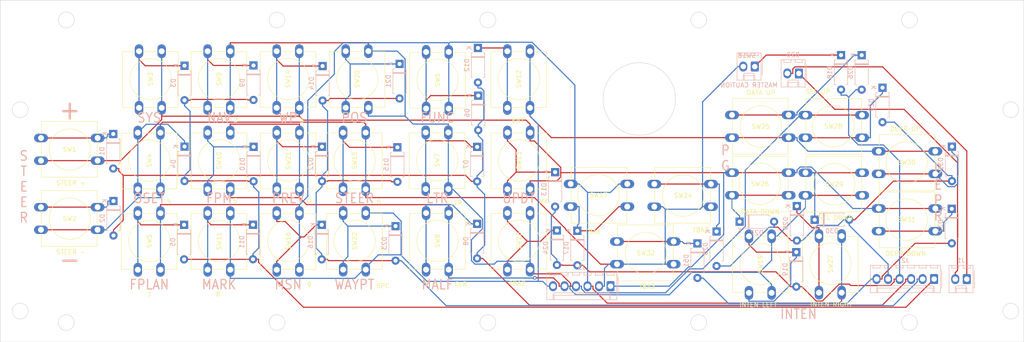
<source format=kicad_pcb>
(kicad_pcb (version 20221018) (generator pcbnew)
  (layers (0 "F.Cu" signal) (31 "B.Cu" signal) (34 "B.Paste" user) (35 "F.Paste" user) (36 "B.SilkS" user "B.Silkscreen") (37 "F.SilkS" user "F.Silkscreen") (38 "B.Mask" user) (39 "F.Mask" user) (44 "Edge.Cuts" user))
  (net 0 "")
  (net 1 "Net-(D1-K)")
  (net 2 "/COL5")
  (net 3 "Net-(D2-K)")
  (net 4 "Net-(D3-K)")
  (net 5 "Net-(D4-K)")
  (net 6 "/COL4")
  (net 7 "/COL2")
  (net 8 "/COL0")
  (net 9 "Net-(D5-K)")
  (net 10 "Net-(D6-K)")
  (net 11 "Net-(D7-K)")
  (net 12 "Net-(D8-K)")
  (net 13 "Net-(D9-K)")
  (net 14 "Net-(D10-K)")
  (net 15 "/ROW0")
  (net 16 "/ROW1")
  (net 17 "/ROW2")
  (net 18 "/ROW3")
  (net 19 "/ROW4")
  (net 20 "Net-(D11-K)")
  (net 21 "Net-(D12-K)")
  (net 22 "Net-(D13-K)")
  (net 23 "/COL3")
  (net 24 "Net-(D14-K)")
  (net 25 "/COL1")
  (net 26 "Net-(D15-K)")
  (net 27 "Net-(D16-K)")
  (net 28 "Net-(D17-K)")
  (net 29 "Net-(D18-K)")
  (net 30 "Net-(D19-K)")
  (net 31 "/CAUTION_LED-")
  (net 32 "/CAUTION_LED+")
  (net 33 "Net-(D21-K)")
  (net 34 "Net-(D22-K)")
  (net 35 "Net-(D23-K)")
  (net 36 "Net-(D24-K)")
  (net 37 "Net-(D25-K)")
  (net 38 "Net-(D27-K)")
  (net 39 "Net-(D28-K)")
  (net 40 "Net-(D29-K)")
  (net 41 "Net-(D30-K)")
  (net 42 "Net-(D31-K)")
  (net 43 "Net-(D32-K)")
  (net 44 "/ROW5")
  (net 45 "Net-(D51-K)")
  (net 46 "Net-(D26-K)")
  (footprint "Button_Switch_THT:SW_PUSH-12mm" (layer "F.Cu") (at 78.64 71.3 90)
    (fp_text reference "SW10")
    (fp_text value "5")
  )
  (footprint "Button_Switch_THT:SW_PUSH-12mm" (layer "F.Cu") (at 126.87 89.06 90)
    (fp_text reference "SW8")
    (fp_text value "CLR")
  )
  (footprint "Button_Switch_THT:SW_PUSH-12mm" (layer "F.Cu") (at 169.04 82.85)
    (fp_text reference "SW32")
    (fp_text value "TBA3")
  )
  (footprint "Button_Switch_THT:SW_PUSH-12mm" (layer "F.Cu") (at 198.18 94.19 90)
    (fp_text reference "SW19")
    (fp_text value "INTEN LEFT")
  )
  (footprint "Button_Switch_THT:SW_PUSH-12mm" (layer "F.Cu") (at 239.33 67.92 180)
    (fp_text reference "SW30")
    (fp_text value "DEPR UP")
  )
  (footprint "Button_Switch_THT:SW_PUSH-12mm" (layer "F.Cu") (at 78.64 89.08 90)
    (fp_text reference "SW11")
    (fp_text value "8")
  )
  (footprint "Button_Switch_THT:SW_PUSH-12mm" (layer "F.Cu") (at 206.94 72.64 180)
    (fp_text reference "SW26")
    (fp_text value "DATA DOWN")
  )
  (footprint "Button_Switch_THT:SW_PUSH-12mm" (layer "F.Cu") (at 177.28 70.16)
    (fp_text reference "SW24")
    (fp_text value "TBA3")
  )
  (footprint "Button_Switch_THT:SW_PUSH-12mm" (layer "F.Cu") (at 93.92 71.31 90)
    (fp_text reference "SW21")
    (fp_text value "0")
  )
  (footprint "Button_Switch_THT:SW_PUSH-12mm" (layer "F.Cu") (at 144.85 71.3 90)
    (fp_text reference "SW13")
    (fp_text value "MK")
  )
  (footprint "Button_Switch_THT:SW_PUSH-12mm" (layer "F.Cu") (at 108.56 89.06 90)
    (fp_text reference "SW22")
    (fp_text value "SPC")
  )
  (footprint "Button_Switch_THT:SW_PUSH-12mm" (layer "F.Cu") (at 93.9 89.09 90)
    (fp_text reference "SW16")
    (fp_text value "9")
  )
  (footprint "Button_Switch_THT:SW_PUSH-12mm" (layer "F.Cu") (at 144.84 89.06 90)
    (fp_text reference "SW23")
    (fp_text value "TBA2")
  )
  (footprint "Button_Switch_THT:SW_PUSH-12mm" (layer "F.Cu") (at 239.33 80.56 180)
    (fp_text reference "SW31")
    (fp_text value "DEPR DOWN")
  )
  (footprint "Button_Switch_THT:SW_PUSH-12mm" (layer "F.Cu") (at 63.21 71.32 90)
    (fp_text reference "SW4")
    (fp_text value "4")
  )
  (footprint "Button_Switch_THT:SW_PUSH-12mm" (layer "F.Cu") (at 126.88 53.49 90)
    (fp_text reference "SW6")
    (fp_text value "FUNC")
  )
  (footprint "Button_Switch_THT:SW_PUSH-12mm" (layer "F.Cu") (at 41.84 59.99)
    (fp_text reference "SW1")
    (fp_text value "STEER +")
  )
  (footprint "Button_Switch_THT:SW_PUSH-12mm" (layer "F.Cu") (at 213.64 94.15 90)
    (fp_text reference "SW27")
    (fp_text value "INTEN RIGHT")
  )
  (footprint "Button_Switch_THT:SW_PUSH-12mm" (layer "F.Cu") (at 108.54 71.3 90)
    (fp_text reference "SW15")
    (fp_text value "6")
  )
  (footprint "Button_Switch_THT:SW_PUSH-12mm" (layer "F.Cu") (at 109.13 53.31 90)
    (fp_text reference "SW20")
    (fp_text value "POS")
  )
  (footprint "Button_Switch_THT:SW_PUSH-12mm" (layer "F.Cu") (at 63.22 89.09 90)
    (fp_text reference "SW5")
    (fp_text value "7")
  )
  (footprint "Button_Switch_THT:SW_PUSH-12mm" (layer "F.Cu") (at 194.44 54.91)
    (fp_text reference "SW25")
    (fp_text value "DATA UP")
  )
  (footprint "Button_Switch_THT:SW_PUSH-12mm" (layer "F.Cu") (at 93.88 53.32 90)
    (fp_text reference "SW14")
    (fp_text value "3")
  )
  (footprint "Button_Switch_THT:SW_PUSH-12mm" (layer "F.Cu") (at 171.31 75.14 180)
    (fp_text reference "SW17")
    (fp_text value "TBA1")
  )
  (footprint "Button_Switch_THT:SW_PUSH-12mm" (layer "F.Cu") (at 78.63 53.33 90)
    (fp_text reference "SW9")
    (fp_text value "2")
  )
  (footprint "Button_Switch_THT:SW_PUSH-12mm" (layer "F.Cu") (at 41.83 75.26)
    (fp_text reference "SW2")
    (fp_text value "STEER -")
  )
  (footprint "Button_Switch_THT:SW_PUSH-12mm" (layer "F.Cu") (at 223.15 59.93 180)
    (fp_text reference "SW28")
    (fp_text value "SEL UP")
  )
  (footprint "Button_Switch_THT:SW_PUSH-12mm" (layer "F.Cu") (at 126.79 71.26 90)
    (fp_text reference "SW7")
    (fp_text value "LTR")
  )
  (footprint "Button_Switch_THT:SW_PUSH-12mm" (layer "F.Cu") (at 144.82 53.33 90)
    (fp_text reference "SW12")
    (fp_text value "ENT")
  )
  (footprint "Button_Switch_THT:SW_PUSH-12mm" (layer "F.Cu") (at 210.67 67.66)
    (fp_text reference "SW29")
    (fp_text value "SEL DOWN")
  )
  (footprint "Button_Switch_THT:SW_PUSH-12mm" (layer "F.Cu") (at 63.48 53.33 90)
    (fp_text reference "SW3")
    (fp_text value "1")
  )
  (footprint "Diode_THT:D_A-405_P7.62mm_Horizontal" (layer "B.Cu") (at 212.7 78.05)
    (fp_text reference "D30")
    (fp_text value "D")
  )
  (footprint "Diode_THT:D_A-405_P7.62mm_Horizontal" (layer "B.Cu") (at 88.78 61.94 -90)
    (fp_text reference "D10")
    (fp_text value "D")
  )
  (footprint "Diode_THT:D_A-405_P7.62mm_Horizontal" (layer "B.Cu") (at 57.84 73.91 -90)
    (fp_text reference "D2")
    (fp_text value "D")
  )
  (footprint "Diode_THT:D_A-405_P7.62mm_Horizontal" (layer "B.Cu") (at 227.67 48.88 -90)
    (fp_text reference "D29")
    (fp_text value "D")
  )
  (footprint "Diode_THT:D_A-405_P7.62mm_Horizontal" (layer "B.Cu") (at 208.63 85.2 -90)
    (fp_text reference "D19")
    (fp_text value "D")
  )
  (footprint "Connector_Molex:Molex_KK-254_AE-6410-02A_1x02_P2.54mm_Vertical" (layer "B.Cu") (at 209.2 45.73 180)
    (fp_text reference "D20")
    (fp_text value "MASTER CAUTION LED")
  )
  (footprint "Connector_Molex:Molex_KK-254_AE-6410-02A_1x02_P2.54mm_Vertical" (layer "B.Cu") (at 199.46 44.22 180)
    (fp_text reference "SW18")
    (fp_text value "MASTER CAUTION")
  )
  (footprint "Diode_THT:D_A-405_P7.62mm_Horizontal" (layer "B.Cu") (at 223.07 41.7 -90)
    (fp_text reference "D26")
    (fp_text value "D")
  )
  (footprint "Diode_THT:D_A-405_P7.62mm_Horizontal" (layer "B.Cu") (at 138.4 50.63 -90)
    (fp_text reference "D6")
    (fp_text value "D")
  )
  (footprint "Diode_THT:D_A-405_P7.62mm_Horizontal" (layer "B.Cu") (at 103.89 61.92 -90)
    (fp_text reference "D22")
    (fp_text value "D")
  )
  (footprint "Diode_THT:D_A-405_P7.62mm_Horizontal" (layer "B.Cu") (at 138.15 61.96 -90)
    (fp_text reference "D7")
    (fp_text value "D")
  )
  (footprint "Diode_THT:D_A-405_P7.62mm_Horizontal" (layer "B.Cu") (at 121.02 43.64 -90)
    (fp_text reference "D21")
    (fp_text value "D")
  )
  (footprint "Diode_THT:D_A-405_P7.62mm_Horizontal" (layer "B.Cu") (at 196.11 78.46)
    (fp_text reference "D27")
    (fp_text value "D")
  )
  (footprint "Diode_THT:D_A-405_P7.62mm_Horizontal" (layer "B.Cu") (at 73.43 79.17 -90)
    (fp_text reference "D5")
    (fp_text value "D")
  )
  (footprint "Diode_THT:D_A-405_P7.62mm_Horizontal" (layer "B.Cu") (at 57.79 59.11 -90)
    (fp_text reference "D1")
    (fp_text value "D")
  )
  (footprint "Diode_THT:D_A-405_P7.62mm_Horizontal" (layer "B.Cu") (at 73.53 44.03 -90)
    (fp_text reference "D3")
    (fp_text value "D")
  )
  (footprint "Diode_THT:D_A-405_P7.62mm_Horizontal" (layer "B.Cu") (at 88.76 43.97 -90)
    (fp_text reference "D9")
    (fp_text value "D")
  )
  (footprint "Diode_THT:D_A-405_P7.62mm_Horizontal" (layer "B.Cu") (at 88.65 79.15 -90)
    (fp_text reference "D11")
    (fp_text value "D")
  )
  (footprint "Connector_Molex:Molex_KK-254_AE-6410-02A_1x02_P2.54mm_Vertical" (layer "B.Cu") (at 246.28 91.16 180)
    (fp_text reference "J1")
    (fp_text value "CAUTION LED")
  )
  (footprint "Diode_THT:D_A-405_P7.62mm_Horizontal" (layer "B.Cu") (at 120.13 79.45 -90)
    (fp_text reference "D23")
    (fp_text value "D")
  )
  (footprint "Diode_THT:D_A-405_P7.62mm_Horizontal" (layer "B.Cu") (at 208.76 75.02 -90)
    (fp_text reference "D28")
    (fp_text value "D")
  )
  (footprint "Diode_THT:D_A-405_P7.62mm_Horizontal" (layer "B.Cu") (at 155.77 80.42 -90)
    (fp_text reference "D24")
    (fp_text value "D")
  )
  (footprint "Diode_THT:D_A-405_P7.62mm_Horizontal" (layer "B.Cu") (at 103.83 79.17 -90)
    (fp_text reference "D16")
    (fp_text value "D")
  )
  (footprint "Diode_THT:D_A-405_P7.62mm_Horizontal" (layer "B.Cu") (at 155.37 67.53 -90)
    (fp_text reference "D13")
    (fp_text value "D")
  )
  (footprint "Diode_THT:D_A-405_P7.62mm_Horizontal" (layer "B.Cu") (at 243.01 61.89 -90)
    (fp_text reference "D31")
    (fp_text value "D")
  )
  (footprint "Diode_THT:D_A-405_P7.62mm_Horizontal" (layer "B.Cu") (at 218.51 41.68 -90)
    (fp_text reference "D18")
    (fp_text value "D")
  )
  (footprint "Diode_THT:D_A-405_P7.62mm_Horizontal" (layer "B.Cu") (at 120.54 62.05 -90)
    (fp_text reference "D15")
    (fp_text value "D")
  )
  (footprint "Diode_THT:D_A-405_P7.62mm_Horizontal" (layer "B.Cu") (at 186.8 83.28 -90)
    (fp_text reference "D51")
    (fp_text value "D")
  )
  (footprint "Diode_THT:D_A-405_P7.62mm_Horizontal" (layer "B.Cu") (at 242.97 75.63 -90)
    (fp_text reference "D32")
    (fp_text value "D")
  )
  (footprint "Diode_THT:D_A-405_P7.62mm_Horizontal" (layer "B.Cu") (at 160.28 80.48 -90)
    (fp_text reference "D17")
    (fp_text value "D")
  )
  (footprint "Diode_THT:D_A-405_P7.62mm_Horizontal" (layer "B.Cu") (at 138.14 78.96 -90)
    (fp_text reference "D8")
    (fp_text value "D")
  )
  (footprint "Diode_THT:D_A-405_P7.62mm_Horizontal" (layer "B.Cu") (at 104.02 44.1 -90)
    (fp_text reference "D14")
    (fp_text value "D")
  )
  (footprint "Diode_THT:D_A-405_P7.62mm_Horizontal" (layer "B.Cu") (at 73.53 61.88 -90)
    (fp_text reference "D4")
    (fp_text value "D")
  )
  (footprint "Diode_THT:D_A-405_P7.62mm_Horizontal" (layer "B.Cu") (at 191.02 80.64 -90)
    (fp_text reference "D25")
    (fp_text value "D")
  )
  (footprint "Connector_Molex:Molex_KK-254_AE-6410-06A_1x06_P2.54mm_Vertical" (layer "B.Cu") (at 167.61 92.72 180)
    (fp_text reference "J3")
    (fp_text value "UFC ROWS")
  )
  (footprint "Diode_THT:D_A-405_P7.62mm_Horizontal" (layer "B.Cu") (at 138.33 40.11 -90)
    (fp_text reference "D12")
    (fp_text value "D")
  )
  (footprint "Connector_Molex:Molex_KK-254_AE-6410-06A_1x06_P2.54mm_Vertical" (layer "B.Cu") (at 239.07 91.14 180)
    (fp_text reference "J2")
    (fp_text value "UFC COLS")
  )
  (gr_arc locked (start 254.2475 98.216) (mid 255.9975 96.466) (end 257.7475 98.216) (stroke (width 0.1)) (layer "Edge.Cuts"))
  (gr_arc locked (start 38.9975 53.746) (mid 37.2475 55.496) (end 35.4975 53.746) (stroke (width 0.1)) (layer "Edge.Cuts"))
  (gr_arc locked (start 35.4975 98.216) (mid 37.2475 96.466) (end 38.9975 98.216) (stroke (width 0.1)) (layer "Edge.Cuts"))
  (gr_arc locked (start 235.3675 100.756) (mid 233.6175 102.506) (end 231.8675 100.756) (stroke (width 0.1)) (layer "Edge.Cuts"))
  (gr_arc locked (start 231.8675 100.756) (mid 233.6175 99.006) (end 235.3675 100.756) (stroke (width 0.1)) (layer "Edge.Cuts"))
  (gr_arc locked (start 92.21 33.926) (mid 93.96 32.176) (end 95.71 33.926) (stroke (width 0.1)) (layer "Edge.Cuts"))
  (gr_arc locked (start 254.2475 53.746) (mid 255.9975 51.996) (end 257.7475 53.746) (stroke (width 0.1)) (layer "Edge.Cuts"))
  (gr_arc locked (start 257.7475 98.216) (mid 255.9975 99.966) (end 254.2475 98.216) (stroke (width 0.1)) (layer "Edge.Cuts"))
  (gr_arc locked (start 142.2625 100.756) (mid 140.5125 102.506) (end 138.7625 100.756) (stroke (width 0.1)) (layer "Edge.Cuts"))
  (gr_arc locked (start 95.71 33.926) (mid 93.96 35.676) (end 92.21 33.926) (stroke (width 0.1)) (layer "Edge.Cuts"))
  (gr_line locked (start 32.8305 105.046) (end 258.8905 105.046) (stroke (width 0.1)) (layer "Edge.Cuts"))
  (gr_arc locked (start 185.315 100.756) (mid 187.065 99.006) (end 188.815 100.756) (stroke (width 0.1)) (layer "Edge.Cuts"))
  (gr_arc locked (start 138.7625 100.756) (mid 140.5125 99.006) (end 142.2625 100.756) (stroke (width 0.1)) (layer "Edge.Cuts"))
  (gr_arc locked (start 231.8675 33.926) (mid 233.6175 32.176) (end 235.3675 33.926) (stroke (width 0.1)) (layer "Edge.Cuts"))
  (gr_arc locked (start 188.815 100.756) (mid 187.065 102.506) (end 185.315 100.756) (stroke (width 0.1)) (layer "Edge.Cuts"))
  (gr_arc locked (start 138.7625 33.926) (mid 140.5125 32.176) (end 142.2625 33.926) (stroke (width 0.1)) (layer "Edge.Cuts"))
  (gr_line locked (start 258.8905 105.046) (end 258.8905 29.566) (stroke (width 0.1)) (layer "Edge.Cuts"))
  (gr_arc locked (start 49.1575 33.926) (mid 47.4075 35.676) (end 45.6575 33.926) (stroke (width 0.1)) (layer "Edge.Cuts"))
  (gr_arc locked (start 142.2625 33.926) (mid 140.5125 35.676) (end 138.7625 33.926) (stroke (width 0.1)) (layer "Edge.Cuts"))
  (gr_arc locked (start 45.6575 33.926) (mid 47.4075 32.176) (end 49.1575 33.926) (stroke (width 0.1)) (layer "Edge.Cuts"))
  (gr_circle locked (center 173.9475 51.366) (end 181.9475 51.366) (stroke (width 0.1)) (fill none) (layer "Edge.Cuts"))
  (gr_line locked (start 32.8305 29.566) (end 32.8305 105.046) (stroke (width 0.1)) (layer "Edge.Cuts"))
  (gr_arc locked (start 185.315 33.926) (mid 187.065 32.176) (end 188.815 33.926) (stroke (width 0.1)) (layer "Edge.Cuts"))
  (gr_arc locked (start 235.3675 33.926) (mid 233.6175 35.676) (end 231.8675 33.926) (stroke (width 0.1)) (layer "Edge.Cuts"))
  (gr_arc locked (start 38.9975 98.216) (mid 37.2475 99.966) (end 35.4975 98.216) (stroke (width 0.1)) (layer "Edge.Cuts"))
  (gr_arc locked (start 45.6575 100.756) (mid 47.4075 99.006) (end 49.1575 100.756) (stroke (width 0.1)) (layer "Edge.Cuts"))
  (gr_arc locked (start 49.1575 100.756) (mid 47.4075 102.506) (end 45.6575 100.756) (stroke (width 0.1)) (layer "Edge.Cuts"))
  (gr_arc locked (start 35.4975 53.746) (mid 37.2475 51.996) (end 38.9975 53.746) (stroke (width 0.1)) (layer "Edge.Cuts"))
  (gr_arc locked (start 95.71 100.756) (mid 93.96 102.506) (end 92.21 100.756) (stroke (width 0.1)) (layer "Edge.Cuts"))
  (gr_line locked (start 258.8905 29.566) (end 32.8305 29.566) (stroke (width 0.1)) (layer "Edge.Cuts"))
  (gr_arc locked (start 92.21 100.756) (mid 93.96 99.006) (end 95.71 100.756) (stroke (width 0.1)) (layer "Edge.Cuts"))
  (gr_arc locked (start 257.7475 53.746) (mid 255.9975 55.496) (end 254.2475 53.746) (stroke (width 0.1)) (layer "Edge.Cuts"))
  (gr_arc locked (start 188.815 33.926) (mid 187.065 35.676) (end 185.315 33.926) (stroke (width 0.1)) (layer "Edge.Cuts"))
  (gr_text locked "-" (at 48.1975 86.768) (layer "B.SilkS") (effects (font (size 4.233317 3.809985) (thickness 0.529164))))
  (gr_text locked "FPM" (at 81.1575 73.306) (layer "B.SilkS") (effects (font (size 2.116659 1.904993) (thickness 0.264582))))
  (gr_text locked "UPDT" (at 147.3575 73.306) (layer "B.SilkS") (effects (font (size 2.116659 1.904993) (thickness 0.264582))))
  (gr_text locked "FPLAN" (at 65.733929 92.356) (layer "B.SilkS") (effects (font (size 2.116659 1.904993) (thickness 0.264582))))
  (gr_text locked "D\nE\nP\nR" (at 239.9675 72.026) (layer "B.SilkS") (effects (font (size 2.116659 1.904993) (thickness 0.264582))))
  (gr_text locked "WAYPT" (at 111.0625 92.356) (layer "B.SilkS") (effects (font (size 2.116659 1.904993) (thickness 0.264582))))
  (gr_text locked "INTEN" (at 209.134643 98.867429) (layer "B.SilkS") (effects (font (size 2.116659 1.904993) (thickness 0.264582))))
  (gr_text locked "STEER" (at 111.0625 73.306) (layer "B.SilkS") (effects (font (size 2.116659 1.904993) (thickness 0.264582))))
  (gr_text locked "POS" (at 111.0625 55.506) (layer "B.SilkS") (effects (font (size 2.116659 1.904993) (thickness 0.264582))))
  (gr_text locked "PREV" (at 96.4175 73.306) (layer "B.SilkS") (effects (font (size 2.116659 1.904993) (thickness 0.264582))))
  (gr_text locked "S\nT\nE\nE\nR" (at 38.0375 70.756) (layer "B.SilkS") (effects (font (size 2.116659 1.904993) (thickness 0.264582))))
  (gr_text locked "WP" (at 96.4175 55.506) (layer "B.SilkS") (effects (font (size 2.116659 1.904993) (thickness 0.264582))))
  (gr_text locked "FUNC" (at 129.37717 55.506) (layer "B.SilkS") (effects (font (size 2.116659 1.904993) (thickness 0.264582))))
  (gr_text locked "MALF" (at 129.37717 92.356) (layer "B.SilkS") (effects (font (size 2.116659 1.904993) (thickness 0.264582))))
  (gr_text locked "NAV" (at 81.1575 55.506) (layer "B.SilkS") (effects (font (size 2.116659 1.904993) (thickness 0.264582))))
  (gr_text locked "MARK" (at 81.1575 92.356) (layer "B.SilkS") (effects (font (size 2.116659 1.904993) (thickness 0.264582))))
  (gr_text locked "LTR" (at 129.37717 73.306) (layer "B.SilkS") (effects (font (size 2.116659 1.904993) (thickness 0.264582))))
  (gr_text locked "P\nG" (at 192.9775 64.406) (layer "B.SilkS") (effects (font (size 2.116659 1.904993) (thickness 0.264582))))
  (gr_text locked "OSET" (at 65.733929 73.306) (layer "B.SilkS") (effects (font (size 2.116659 1.904993) (thickness 0.264582))))
  (gr_text locked "SYS" (at 65.733929 55.506) (layer "B.SilkS") (effects (font (size 2.116659 1.904993) (thickness 0.264582))))
  (gr_text locked "+" (at 48.1975 53.738) (layer "B.SilkS") (effects (font (size 4.233317 3.809985) (thickness 0.529164))))
  (gr_text locked "MSN" (at 96.4175 92.356) (layer "B.SilkS") (effects (font (size 2.116659 1.904993) (thickness 0.264582))))
  (segment (start 54.34 59.99) (end 41.84 59.99) (width 0.25) (layer "F.Cu") (net 1))
  (segment (start 57.79 59.11) (end 56.5647 59.11) (width 0.25) (layer "B.Cu") (net 1))
  (segment (start 56.5647 59.6146) (end 56.1893 59.99) (width 0.25) (layer "B.Cu") (net 1))
  (segment (start 54.34 59.99) (end 56.1893 59.99) (width 0.25) (layer "B.Cu") (net 1))
  (segment (start 56.5647 59.11) (end 56.5647 59.6146) (width 0.25) (layer "B.Cu") (net 1))
  (segment (start 226.37 91.14) (end 227.5653 91.14) (width 0.25) (layer "F.Cu") (net 2))
  (segment (start 227.5653 91.14) (end 227.5653 90.5424) (width 0.25) (layer "F.Cu") (net 2))
  (segment (start 227.5653 90.5424) (end 234.8577 83.25) (width 0.25) (layer "F.Cu") (net 2))
  (segment (start 234.8577 83.25) (end 242.97 83.25) (width 0.25) (layer "F.Cu") (net 2))
  (segment (start 219.7786 96.5361) (end 193.6614 96.5361) (width 0.25) (layer "B.Cu") (net 2))
  (segment (start 193.6614 96.5361) (end 188.0253 90.9) (width 0.25) (layer "B.Cu") (net 2))
  (segment (start 186.8 90.9) (end 188.0253 90.9) (width 0.25) (layer "B.Cu") (net 2))
  (segment (start 225.1747 91.14) (end 219.7786 96.5361) (width 0.25) (layer "B.Cu") (net 2))
  (segment (start 226.37 91.14) (end 225.1747 91.14) (width 0.25) (layer "B.Cu") (net 2))
  (segment (start 54.33 75.26) (end 41.83 75.26) (width 0.25) (layer "F.Cu") (net 3))
  (segment (start 57.84 73.91) (end 56.6147 73.91) (width 0.25) (layer "B.Cu") (net 3))
  (segment (start 56.6147 74.8246) (end 56.1793 75.26) (width 0.25) (layer "B.Cu") (net 3))
  (segment (start 54.33 75.26) (end 56.1793 75.26) (width 0.25) (layer "B.Cu") (net 3))
  (segment (start 56.6147 73.91) (end 56.6147 74.8246) (width 0.25) (layer "B.Cu") (net 3))
  (segment (start 73.53 44.03) (end 64.8307 44.03) (width 0.25) (layer "F.Cu") (net 4))
  (segment (start 64.8307 44.03) (end 63.48 42.6793) (width 0.25) (layer "F.Cu") (net 4))
  (segment (start 63.48 40.83) (end 63.48 42.6793) (width 0.25) (layer "F.Cu") (net 4))
  (segment (start 63.48 53.33) (end 63.48 40.83) (width 0.25) (layer "B.Cu") (net 4))
  (segment (start 73.53 61.88) (end 73.53 60.6547) (width 0.25) (layer "B.Cu") (net 5))
  (segment (start 63.21 71.32) (end 63.21 69.4707) (width 0.25) (layer "B.Cu") (net 5))
  (segment (start 63.21 58.82) (end 63.21 69.4707) (width 0.25) (layer "B.Cu") (net 5))
  (segment (start 65.0714 56.9586) (end 63.21 58.82) (width 0.25) (layer "B.Cu") (net 5))
  (segment (start 73.53 60.6547) (end 69.8339 56.9586) (width 0.25) (layer "B.Cu") (net 5))
  (segment (start 69.8339 56.9586) (end 65.0714 56.9586) (width 0.25) (layer "B.Cu") (net 5))
  (segment (start 204.58 79.6853) (end 203.73 79.6853) (width 0.25) (layer "F.Cu") (net 6))
  (segment (start 220.32 78.05) (end 221.5453 78.05) (width 0.25) (layer "F.Cu") (net 6))
  (segment (start 203.73 78.46) (end 203.73 79.6853) (width 0.25) (layer "F.Cu") (net 6))
  (segment (start 207.5347 82.64) (end 204.58 79.6853) (width 0.25) (layer "F.Cu") (net 6))
  (segment (start 243.01 69.51) (end 230.0853 69.51) (width 0.25) (layer "F.Cu") (net 6))
  (segment (start 230.0853 69.51) (end 221.5453 78.05) (width 0.25) (layer "F.Cu") (net 6))
  (segment (start 208.76 82.64) (end 207.5347 82.64) (width 0.25) (layer "F.Cu") (net 6))
  (segment (start 242.0899 68.2847) (end 230.3052 56.5) (width 0.25) (layer "B.Cu") (net 6))
  (segment (start 220.32 78.05) (end 220.32 79.2753) (width 0.25) (layer "B.Cu") (net 6))
  (segment (start 202.6242 79.6853) (end 194.0495 88.26) (width 0.25) (layer "B.Cu") (net 6))
  (segment (start 213.35 79.2753) (end 217.8694 79.2753) (width 0.25) (layer "B.Cu") (net 6))
  (segment (start 203.73 79.6853) (end 202.6242 79.6853) (width 0.25) (layer "B.Cu") (net 6))
  (segment (start 217.8694 79.2753) (end 219.0947 78.05) (width 0.25) (layer "B.Cu") (net 6))
  (segment (start 208.76 82.64) (end 209.9853 82.64) (width 0.25) (layer "B.Cu") (net 6))
  (segment (start 203.73 78.46) (end 203.73 79.6853) (width 0.25) (layer "B.Cu") (net 6))
  (segment (start 230.3052 56.5) (end 227.67 56.5) (width 0.25) (layer "B.Cu") (net 6))
  (segment (start 228.91 91.14) (end 228.91 87.8653) (width 0.25) (layer "B.Cu") (net 6))
  (segment (start 243.01 68.2847) (end 242.0899 68.2847) (width 0.25) (layer "B.Cu") (net 6))
  (segment (start 220.32 78.05) (end 219.0947 78.05) (width 0.25) (layer "B.Cu") (net 6))
  (segment (start 243.01 69.51) (end 243.01 68.2847) (width 0.25) (layer "B.Cu") (net 6))
  (segment (start 228.91 87.8653) (end 220.32 79.2753) (width 0.25) (layer "B.Cu") (net 6))
  (segment (start 209.9853 82.64) (end 213.35 79.2753) (width 0.25) (layer "B.Cu") (net 6))
  (segment (start 194.0495 88.26) (end 191.02 88.26) (width 0.25) (layer "B.Cu") (net 6))
  (segment (start 135.5888 68.2441) (end 136.9247 69.58) (width 0.25) (layer "F.Cu") (net 7))
  (segment (start 233.99 91.14) (end 232.7947 91.14) (width 0.25) (layer "F.Cu") (net 7))
  (segment (start 59.9875 78.1572) (end 57.84 80.3047) (width 0.25) (layer "F.Cu") (net 7))
  (segment (start 227.6177 96.9146) (end 149.6999 96.9146) (width 0.25) (layer "F.Cu") (net 7))
  (segment (start 232.7947 91.14) (end 232.7947 91.7376) (width 0.25) (layer "F.Cu") (net 7))
  (segment (start 57.84 81.53) (end 57.84 80.3047) (width 0.25) (layer "F.Cu") (net 7))
  (segment (start 57.79 66.73) (end 59.0153 66.73) (width 0.25) (layer "F.Cu") (net 7))
  (segment (start 138.14 86.58) (end 139.3653 86.58) (width 0.25) (layer "F.Cu") (net 7))
  (segment (start 59.9875 68.2441) (end 59.9875 78.1572) (width 0.25) (layer "F.Cu") (net 7))
  (segment (start 59.0153 66.73) (end 59.0153 67.2719) (width 0.25) (layer "F.Cu") (net 7))
  (segment (start 149.6999 96.9146) (end 139.3653 86.58) (width 0.25) (layer "F.Cu") (net 7))
  (segment (start 138.15 69.58) (end 136.9247 69.58) (width 0.25) (layer "F.Cu") (net 7))
  (segment (start 59.0153 67.2719) (end 59.9875 68.2441) (width 0.25) (layer "F.Cu") (net 7))
  (segment (start 59.9875 68.2441) (end 135.5888 68.2441) (width 0.25) (layer "F.Cu") (net 7))
  (segment (start 232.7947 91.7376) (end 227.6177 96.9146) (width 0.25) (layer "F.Cu") (net 7))
  (segment (start 139.3753 67.1294) (end 139.3753 60.4506) (width 0.25) (layer "B.Cu") (net 7))
  (segment (start 138.15 69.58) (end 138.15 70.8053) (width 0.25) (layer "B.Cu") (net 7))
  (segment (start 139.8156 72.4709) (end 138.15 70.8053) (width 0.25) (layer "B.Cu") (net 7))
  (segment (start 138.33 47.73) (end 138.33 48.9553) (width 0.25) (layer "B.Cu") (net 7))
  (segment (start 138.4 58.25) (end 138.4 57.0247) (width 0.25) (layer "B.Cu") (net 7))
  (segment (start 138.15 69.58) (end 138.15 68.3547) (width 0.25) (layer "B.Cu") (net 7))
  (segment (start 139.6253 55.7994) (end 138.4 57.0247) (width 0.25) (layer "B.Cu") (net 7))
  (segment (start 138.14 86.58) (end 138.14 85.3547) (width 0.25) (layer "B.Cu") (net 7))
  (segment (start 138.15 68.3547) (end 139.3753 67.1294) (width 0.25) (layer "B.Cu") (net 7))
  (segment (start 138.33 48.9553) (end 139.0192 48.9553) (width 0.25) (layer "B.Cu") (net 7))
  (segment (start 139.0192 48.9553) (end 139.6253 49.5614) (width 0.25) (layer "B.Cu") (net 7))
  (segment (start 139.6253 49.5614) (end 139.6253 55.7994) (width 0.25) (layer "B.Cu") (net 7))
  (segment (start 138.4 58.25) (end 138.4 59.4753) (width 0.25) (layer "B.Cu") (net 7))
  (segment (start 139.8156 83.6791) (end 139.8156 72.4709) (width 0.25) (layer "B.Cu") (net 7))
  (segment (start 138.14 85.3547) (end 139.8156 83.6791) (width 0.25) (layer "B.Cu") (net 7))
  (segment (start 139.3753 60.4506) (end 138.4 59.4753) (width 0.25) (layer "B.Cu") (net 7))
  (segment (start 88.76 51.59) (end 87.5347 51.59) (width 0.25) (layer "F.Cu") (net 8))
  (segment (start 73.43 86.79) (end 87.4047 86.79) (width 0.25) (layer "F.Cu") (net 8))
  (segment (start 73.53 69.5) (end 74.7553 69.5) (width 0.25) (layer "F.Cu") (net 8))
  (segment (start 88.65 86.77) (end 89.8753 86.77) (width 0.25) (layer "F.Cu") (net 8))
  (segment (start 89.8753 87.4592) (end 89.8753 86.77) (width 0.25) (layer "F.Cu") (net 8))
  (segment (start 87.5547 69.56) (end 87.4444 69.4497) (width 0.25) (layer "F.Cu") (net 8))
  (segment (start 74.9312 51.4741) (end 87.4188 51.4741) (width 0.25) (layer "F.Cu") (net 8))
  (segment (start 87.4188 51.4741) (end 87.5347 51.59) (width 0.25) (layer "F.Cu") (net 8))
  (segment (start 88.78 69.56) (end 87.5547 69.56) (width 0.25) (layer "F.Cu") (net 8))
  (segment (start 87.4444 69.4497) (end 74.8056 69.4497) (width 0.25) (layer "F.Cu") (net 8))
  (segment (start 239.07 91.14) (end 232.8421 97.3679) (width 0.25) (layer "F.Cu") (net 8))
  (segment (start 99.784 97.3679) (end 89.8753 87.4592) (width 0.25) (layer "F.Cu") (net 8))
  (segment (start 87.4047 86.79) (end 87.4247 86.77) (width 0.25) (layer "F.Cu") (net 8))
  (segment (start 73.53 51.65) (end 74.7553 51.65) (width 0.25) (layer "F.Cu") (net 8))
  (segment (start 74.8056 69.4497) (end 74.7553 69.5) (width 0.25) (layer "F.Cu") (net 8))
  (segment (start 74.7553 51.65) (end 74.9312 51.4741) (width 0.25) (layer "F.Cu") (net 8))
  (segment (start 88.65 86.77) (end 87.4247 86.77) (width 0.25) (layer "F.Cu") (net 8))
  (segment (start 232.8421 97.3679) (end 99.784 97.3679) (width 0.25) (layer "F.Cu") (net 8))
  (segment (start 88.65 86.77) (end 88.65 85.5447) (width 0.25) (layer "B.Cu") (net 8))
  (segment (start 89.9288 71.9341) (end 88.78 70.7853) (width 0.25) (layer "B.Cu") (net 8))
  (segment (start 89.9288 84.2659) (end 89.9288 71.9341) (width 0.25) (layer "B.Cu") (net 8))
  (segment (start 74.7553 54.1006) (end 73.53 52.8753) (width 0.25) (layer "B.Cu") (net 8))
  (segment (start 88.78 69.56) (end 88.78 70.7853) (width 0.25) (layer "B.Cu") (net 8))
  (segment (start 73.53 69.5) (end 73.53 68.2747) (width 0.25) (layer "B.Cu") (net 8))
  (segment (start 74.7553 67.0494) (end 74.7553 54.1006) (width 0.25) (layer "B.Cu") (net 8))
  (segment (start 73.53 51.65) (end 73.53 52.8753) (width 0.25) (layer "B.Cu") (net 8))
  (segment (start 88.65 85.5447) (end 89.9288 84.2659) (width 0.25) (layer "B.Cu") (net 8))
  (segment (start 73.53 68.2747) (end 74.7553 67.0494) (width 0.25) (layer "B.Cu") (net 8))
  (segment (start 73.43 79.17) (end 63.9507 79.17) (width 0.25) (layer "F.Cu") (net 9))
  (segment (start 63.9507 79.17) (end 63.22 78.4393) (width 0.25) (layer "F.Cu") (net 9))
  (segment (start 63.22 76.59) (end 63.22 78.4393) (width 0.25) (layer "F.Cu") (net 9))
  (segment (start 63.22 76.59) (end 63.22 87.2407) (width 0.25) (layer "B.Cu") (net 9))
  (segment (start 63.22 89.09) (end 63.22 87.2407) (width 0.25) (layer "B.Cu") (net 9))
  (segment (start 138.4 50.63) (end 127.8907 50.63) (width 0.25) (layer "F.Cu") (net 10))
  (segment (start 126.88 53.49) (end 126.88 51.6407) (width 0.25) (layer "F.Cu") (net 10))
  (segment (start 127.8907 50.63) (end 126.88 51.6407) (width 0.25) (layer "F.Cu") (net 10))
  (segment (start 126.88 40.99) (end 126.88 53.49) (width 0.25) (layer "B.Cu") (net 10))
  (segment (start 135.574 60.6093) (end 136.9247 61.96) (width 0.25) (layer "F.Cu") (net 11))
  (segment (start 126.79 60.6093) (end 135.574 60.6093) (width 0.25) (layer "F.Cu") (net 11))
  (segment (start 126.79 58.76) (end 126.79 60.6093) (width 0.25) (layer "F.Cu") (net 11))
  (segment (start 138.15 61.96) (end 136.9247 61.96) (width 0.25) (layer "F.Cu") (net 11))
  (segment (start 126.79 58.76) (end 126.79 71.26) (width 0.25) (layer "B.Cu") (net 11))
  (segment (start 126.87 74.7107) (end 132.6654 74.7107) (width 0.25) (layer "B.Cu") (net 12))
  (segment (start 132.6654 74.7107) (end 136.9147 78.96) (width 0.25) (layer "B.Cu") (net 12))
  (segment (start 126.87 76.56) (end 126.87 74.7107) (width 0.25) (layer "B.Cu") (net 12))
  (segment (start 138.14 78.96) (end 136.9147 78.96) (width 0.25) (layer "B.Cu") (net 12))
  (segment (start 126.87 76.56) (end 126.87 89.06) (width 0.25) (layer "B.Cu") (net 12))
  (segment (start 88.76 43.97) (end 79.9207 43.97) (width 0.25) (layer "F.Cu") (net 13))
  (segment (start 78.63 40.83) (end 78.63 42.6793) (width 0.25) (layer "F.Cu") (net 13))
  (segment (start 79.9207 43.97) (end 78.63 42.6793) (width 0.25) (layer "F.Cu") (net 13))
  (segment (start 78.63 40.83) (end 78.63 53.33) (width 0.25) (layer "B.Cu") (net 13))
  (segment (start 79.9307 68.16) (end 78.64 69.4507) (width 0.25) (layer "B.Cu") (net 14))
  (segment (start 78.64 58.8) (end 78.64 60.6493) (width 0.25) (layer "B.Cu") (net 14))
  (segment (start 88.78 61.94) (end 79.9307 61.94) (width 0.25) (layer "B.Cu") (net 14))
  (segment (start 78.64 71.3) (end 78.64 69.4507) (width 0.25) (layer "B.Cu") (net 14))
  (segment (start 79.9307 61.94) (end 79.9307 68.16) (width 0.25) (layer "B.Cu") (net 14))
  (segment (start 79.9307 61.94) (end 78.64 60.6493) (width 0.25) (layer "B.Cu") (net 14))
  (segment (start 148.9493 56.05) (end 149.85 56.9507) (width 0.25) (layer "F.Cu") (net 15))
  (segment (start 98.87 55.1793) (end 68.48 55.1793) (width 0.25) (layer "F.Cu") (net 15))
  (segment (start 54.34 64.99) (end 41.84 64.99) (width 0.25) (layer "F.Cu") (net 15))
  (segment (start 68.48 53.33) (end 68.48 55.1793) (width 0.25) (layer "F.Cu") (net 15))
  (segment (start 155.7773 69.4507) (end 156.612 68.616) (width 0.25) (layer "F.Cu") (net 15))
  (segment (start 226.83 75.56) (end 239.33 75.56) (width 0.25) (layer "F.Cu") (net 15))
  (segment (start 98.88 55.1693) (end 98.87 55.1793) (width 0.25) (layer "F.Cu") (net 15))
  (segment (start 68.48 55.1793) (end 68.48 55.9443) (width 0.25) (layer "F.Cu") (net 15))
  (segment (start 206.94 67.64) (end 194.44 67.64) (width 0.25) (layer "F.Cu") (net 15))
  (segment (start 149.85 71.3) (end 149.85 69.4507) (width 0.25) (layer "F.Cu") (net 15))
  (segment (start 156.612 66.4867) (end 150.7746 60.6493) (width 0.25) (layer "F.Cu") (net 15))
  (segment (start 98.88 53.32) (end 98.88 55.1693) (width 0.25) (layer "F.Cu") (net 15))
  (segment (start 156.612 68.616) (end 156.612 67.64) (width 0.25) (layer "F.Cu") (net 15))
  (segment (start 149.85 58.8) (end 149.85 60.6493) (width 0.25) (layer "F.Cu") (net 15))
  (segment (start 99.7607 56.05) (end 148.9493 56.05) (width 0.25) (layer "F.Cu") (net 15))
  (segment (start 150.7746 60.6493) (end 149.85 60.6493) (width 0.25) (layer "F.Cu") (net 15))
  (segment (start 156.612 67.64) (end 156.612 66.4867) (width 0.25) (layer "F.Cu") (net 15))
  (segment (start 149.85 69.4507) (end 155.7773 69.4507) (width 0.25) (layer "F.Cu") (net 15))
  (segment (start 194.44 67.64) (end 192.5907 67.64) (width 0.25) (layer "F.Cu") (net 15))
  (segment (start 68.48 55.9443) (end 59.4343 64.99) (width 0.25) (layer "F.Cu") (net 15))
  (segment (start 59.4343 64.99) (end 54.34 64.99) (width 0.25) (layer "F.Cu") (net 15))
  (segment (start 98.88 55.1693) (end 99.7607 56.05) (width 0.25) (layer "F.Cu") (net 15))
  (segment (start 149.85 58.8) (end 149.85 56.9507) (width 0.25) (layer "F.Cu") (net 15))
  (segment (start 192.5907 67.64) (end 156.612 67.64) (width 0.25) (layer "F.Cu") (net 15))
  (segment (start 192.5907 67.64) (end 192.5907 81.3371) (width 0.25) (layer "B.Cu") (net 15))
  (segment (start 192.5907 81.3371) (end 185.4863 88.4415) (width 0.25) (layer "B.Cu") (net 15))
  (segment (start 208.7893 67.0982) (end 209.4816 66.4059) (width 0.25) (layer "B.Cu") (net 15))
  (segment (start 221.1153 75.56) (end 226.83 75.56) (width 0.25) (layer "B.Cu") (net 15))
  (segment (start 98.88 40.82) (end 98.88 53.32) (width 0.25) (layer "B.Cu") (net 15))
  (segment (start 209.4816 66.4059) (end 211.9612 66.4059) (width 0.25) (layer "B.Cu") (net 15))
  (segment (start 185.4863 88.4415) (end 184.8494 88.4415) (width 0.25) (layer "B.Cu") (net 15))
  (segment (start 194.44 67.64) (end 192.5907 67.64) (width 0.25) (layer "B.Cu") (net 15))
  (segment (start 211.9612 66.4059) (end 221.1153 75.56) (width 0.25) (layer "B.Cu") (net 15))
  (segment (start 184.8494 88.4415) (end 180.5709 92.72) (width 0.25) (layer "B.Cu") (net 15))
  (segment (start 208.7893 67.64) (end 208.7893 67.0982) (width 0.25) (layer "B.Cu") (net 15))
  (segment (start 68.48 40.83) (end 68.48 53.33) (width 0.25) (layer "B.Cu") (net 15))
  (segment (start 180.5709 92.72) (end 167.61 92.72) (width 0.25) (layer "B.Cu") (net 15))
  (segment (start 206.94 67.64) (end 208.7893 67.64) (width 0.25) (layer "B.Cu") (net 15))
  (segment (start 157.6816 80.0291) (end 150.8018 73.1493) (width 0.25) (layer "F.Cu") (net 16))
  (segment (start 68.6803 56.5004) (end 68.21 56.9707) (width 0.25) (layer "F.Cu") (net 16))
  (segment (start 113.54 56.9507) (end 113.0897 56.5004) (width 0.25) (layer "F.Cu") (net 16))
  (segment (start 113.0897 56.5004) (end 68.6803 56.5004) (width 0.25) (layer "F.Cu") (net 16))
  (segment (start 54.33 80.26) (end 41.83 80.26) (width 0.25) (layer "F.Cu") (net 16))
  (segment (start 113.54 71.3) (end 113.54 73.1493) (width 0.25) (layer "F.Cu") (net 16))
  (segment (start 68.21 58.82) (end 68.21 56.9707) (width 0.25) (layer "F.Cu") (net 16))
  (segment (start 150.8018 73.1493) (end 113.54 73.1493) (width 0.25) (layer "F.Cu") (net 16))
  (segment (start 169.04 87.85) (end 165.3833 87.85) (width 0.25) (layer "F.Cu") (net 16))
  (segment (start 165.3833 87.85) (end 157.6816 80.1483) (width 0.25) (layer "F.Cu") (net 16))
  (segment (start 113.54 58.8) (end 113.54 56.9507) (width 0.25) (layer "F.Cu") (net 16))
  (segment (start 157.6816 80.1483) (end 157.6816 80.0291) (width 0.25) (layer "F.Cu") (net 16))
  (segment (start 169.04 87.85) (end 167.1907 87.85) (width 0.25) (layer "B.Cu") (net 16))
  (segment (start 63.27 73.1693) (end 56.1793 80.26) (width 0.25) (layer "B.Cu") (net 16))
  (segment (start 187.9307 52.014) (end 187.9307 75.16) (width 0.25) (layer "B.Cu") (net 16))
  (segment (start 166.2653 92.72) (end 166.2653 88.7754) (width 0.25) (layer "B.Cu") (net 16))
  (segment (start 166.2653 88.7754) (end 167.1907 87.85) (width 0.25) (layer "B.Cu") (net 16))
  (segment (start 179.6907 87.85) (end 179.6907 75.7214) (width 0.25) (layer "B.Cu") (net 16))
  (segment (start 165.07 92.72) (end 166.2653 92.72) (width 0.25) (layer "B.Cu") (net 16))
  (segment (start 195.7247 44.22) (end 187.9307 52.014) (width 0.25) (layer "B.Cu") (net 16))
  (segment (start 181.54 87.85) (end 179.6907 87.85) (width 0.25) (layer "B.Cu") (net 16))
  (segment (start 68.21 71.32) (end 68.21 73.1693) (width 0.25) (layer "B.Cu") (net 16))
  (segment (start 179.6907 75.7214) (end 187.3693 75.7214) (width 0.25) (layer "B.Cu") (net 16))
  (segment (start 113.54 58.8) (end 113.54 71.3) (width 0.25) (layer "B.Cu") (net 16))
  (segment (start 68.21 58.82) (end 68.21 71.32) (width 0.25) (layer "B.Cu") (net 16))
  (segment (start 68.21 73.1693) (end 63.27 73.1693) (width 0.25) (layer "B.Cu") (net 16))
  (segment (start 169.04 87.85) (end 179.6907 87.85) (width 0.25) (layer "B.Cu") (net 16))
  (segment (start 187.3693 75.7214) (end 187.9307 75.16) (width 0.25) (layer "B.Cu") (net 16))
  (segment (start 177.28 75.16) (end 179.1293 75.16) (width 0.25) (layer "B.Cu") (net 16))
  (segment (start 54.33 80.26) (end 56.1793 80.26) (width 0.25) (layer "B.Cu") (net 16))
  (segment (start 196.92 44.22) (end 195.7247 44.22) (width 0.25) (layer "B.Cu") (net 16))
  (segment (start 189.78 75.16) (end 187.9307 75.16) (width 0.25) (layer "B.Cu") (net 16))
  (segment (start 179.6907 75.7214) (end 179.1293 75.16) (width 0.25) (layer "B.Cu") (net 16))
  (segment (start 98.9 76.59) (end 98.9 74.7407) (width 0.25) (layer "F.Cu") (net 17))
  (segment (start 162.53 92.72) (end 163.7253 92.72) (width 0.25) (layer "F.Cu") (net 17))
  (segment (start 68.261 74.6997) (end 98.859 74.6997) (width 0.25) (layer "F.Cu") (net 17))
  (segment (start 218.64 95.9993) (end 218.1766 96.4627) (width 0.25) (layer "F.Cu") (net 17))
  (segment (start 68.22 76.59) (end 68.22 74.7407) (width 0.25) (layer "F.Cu") (net 17))
  (segment (start 163.7253 93.3176) (end 163.7253 92.72) (width 0.25) (layer "F.Cu") (net 17))
  (segment (start 68.22 74.7407) (end 68.261 74.6997) (width 0.25) (layer "F.Cu") (net 17))
  (segment (start 218.64 94.15) (end 218.64 95.9993) (width 0.25) (layer "F.Cu") (net 17))
  (segment (start 218.1766 96.4627) (end 166.8704 96.4627) (width 0.25) (layer "F.Cu") (net 17))
  (segment (start 98.859 74.6997) (end 98.9 74.7407) (width 0.25) (layer "F.Cu") (net 17))
  (segment (start 166.8704 96.4627) (end 163.7253 93.3176) (width 0.25) (layer "F.Cu") (net 17))
  (segment (start 108.5741 38.9484) (end 131.6877 38.9484) (width 0.25) (layer "B.Cu") (net 17))
  (segment (start 131.88 40.99) (end 131.88 39.1407) (width 0.25) (layer "B.Cu") (net 17))
  (segment (start 98.9 76.59) (end 98.9 74.7407) (width 0.25) (layer "B.Cu") (net 17))
  (segment (start 131.88 40.99) (end 131.88 53.49) (width 0.25) (layer "B.Cu") (net 17))
  (segment (start 68.22 76.59) (end 68.22 89.09) (width 0.25) (layer "B.Cu") (net 17))
  (segment (start 98.9 89.09) (end 98.9 76.59) (width 0.25) (layer "B.Cu") (net 17))
  (segment (start 100.7493 72.8914) (end 100.7493 51.7398) (width 0.25) (layer "B.Cu") (net 17))
  (segment (start 159.7347 48.3071) (end 150.2794 38.8518) (width 0.25) (layer "B.Cu") (net 17))
  (segment (start 162.53 72.0107) (end 160.6593 70.14) (width 0.25) (layer "B.Cu") (net 17))
  (segment (start 218.64 94.15) (end 218.64 81.65) (width 0.25) (layer "B.Cu") (net 17))
  (segment (start 100.7493 51.7398) (end 106.6218 45.8673) (width 0.25) (layer "B.Cu") (net 17))
  (segment (start 162.53 72.0107) (end 167.59 72.0107) (width 0.25) (layer "B.Cu") (net 17))
  (segment (start 158.81 70.14) (end 159.7347 70.14) (width 0.25) (layer "B.Cu") (net 17))
  (segment (start 132.1689 38.8518) (end 131.88 39.1407) (width 0.25) (layer "B.Cu") (net 17))
  (segment (start 171.31 70.14) (end 169.4607 70.14) (width 0.25) (layer "B.Cu") (net 17))
  (segment (start 167.59 72.0107) (end 169.4607 70.14) (width 0.25) (layer "B.Cu") (net 17))
  (segment (start 106.6218 45.8673) (end 106.6218 40.9007) (width 0.25) (layer "B.Cu") (net 17))
  (segment (start 131.6877 38.9484) (end 131.88 39.1407) (width 0.25) (layer "B.Cu") (net 17))
  (segment (start 162.53 92.72) (end 162.53 72.0107) (width 0.25) (layer "B.Cu") (net 17))
  (segment (start 150.2794 38.8518) (end 132.1689 38.8518) (width 0.25) (layer "B.Cu") (net 17))
  (segment (start 98.9 74.7407) (end 100.7493 72.8914) (width 0.25) (layer "B.Cu") (net 17))
  (segment (start 106.6218 40.9007) (end 108.5741 38.9484) (width 0.25) (layer "B.Cu") (net 17))
  (segment (start 159.7347 70.14) (end 160.6593 70.14) (width 0.25) (layer "B.Cu") (net 17))
  (segment (start 159.7347 70.14) (end 159.7347 48.3071) (width 0.25) (layer "B.Cu") (net 17))
  (segment (start 150.7696 89.9896) (end 149.84 89.06) (width 0.25) (layer "F.Cu") (net 18))
  (segment (start 83.63 38.9807) (end 83.65 38.9607) (width 0.25) (layer "F.Cu") (net 18))
  (segment (start 156.6619 89.9896) (end 150.7696 89.9896) (width 0.25) (layer "F.Cu") (net 18))
  (segment (start 223.15 54.93) (end 210.65 54.93) (width 0.25) (layer "F.Cu") (net 18))
  (segment (start 83.65 38.9607) (end 114.13 38.9607) (width 0.25) (layer "F.Cu") (net 18))
  (segment (start 158.7947 92.72) (end 158.7947 92.1224) (width 0.25) (layer "F.Cu") (net 18))
  (segment (start 158.7947 92.1224) (end 156.6619 89.9896) (width 0.25) (layer "F.Cu") (net 18))
  (segment (start 159.99 92.72) (end 158.7947 92.72) (width 0.25) (layer "F.Cu") (net 18))
  (segment (start 83.63 40.83) (end 83.63 38.9807) (width 0.25) (layer "F.Cu") (net 18))
  (segment (start 114.13 40.81) (end 114.13 38.9607) (width 0.25) (layer "F.Cu") (net 18))
  (segment (start 123.9986 56.9107) (end 131.79 56.9107) (width 0.25) (layer "B.Cu") (net 18))
  (segment (start 131.79 58.76) (end 131.79 56.9107) (width 0.25) (layer "B.Cu") (net 18))
  (segment (start 122.2472 55.1593) (end 114.13 55.1593) (width 0.25) (layer "B.Cu") (net 18))
  (segment (start 137.6718 87.8492) (end 141.9195 87.8492) (width 0.25) (layer "B.Cu") (net 18))
  (segment (start 149.84 89.06) (end 149.84 87.2107) (width 0.25) (layer "B.Cu") (net 18))
  (segment (start 185.0361 88.8918) (end 179.7682 94.1597) (width 0.25) (layer "B.Cu") (net 18))
  (segment (start 209.5123 54.93) (end 197.3705 67.0718) (width 0.25) (layer "B.Cu") (net 18))
  (segment (start 131.79 71.26) (end 132.7222 71.26) (width 0.25) (layer "B.Cu") (net 18))
  (segment (start 114.13 53.31) (end 114.13 55.1593) (width 0.25) (layer "B.Cu") (net 18))
  (segment (start 122.2472 42.5403) (end 122.2472 55.1593) (width 0.25) (layer "B.Cu") (net 18))
  (segment (start 161.1853 93.3177) (end 161.1853 92.72) (width 0.25) (layer "B.Cu") (net 18))
  (segment (start 179.7682 94.1597) (end 162.0273 94.1597) (width 0.25) (layer "B.Cu") (net 18))
  (segment (start 197.3705 67.0718) (end 197.3705 79.4964) (width 0.25) (layer "B.Cu") (net 18))
  (segment (start 122.2472 55.1593) (end 123.9986 56.9107) (width 0.25) (layer "B.Cu") (net 18))
  (segment (start 187.9751 88.8918) (end 185.0361 88.8918) (width 0.25) (layer "B.Cu") (net 18))
  (segment (start 210.65 54.93) (end 209.5123 54.93) (width 0.25) (layer "B.Cu") (net 18))
  (segment (start 136.8938 87.0712) (end 137.6718 87.8492) (width 0.25) (layer "B.Cu") (net 18))
  (segment (start 83.63 40.83) (end 83.63 53.33) (width 0.25) (layer "B.Cu") (net 18))
  (segment (start 139.3653 79.9948) (end 136.8938 82.4663) (width 0.25) (layer "B.Cu") (net 18))
  (segment (start 132.7222 71.26) (end 139.3653 77.9031) (width 0.25) (layer "B.Cu") (net 18))
  (segment (start 142.558 87.2107) (end 149.84 87.2107) (width 0.25) (layer "B.Cu") (net 18))
  (segment (start 162.0273 94.1597) (end 161.1853 93.3177) (width 0.25) (layer "B.Cu") (net 18))
  (segment (start 139.3653 77.9031) (end 139.3653 79.9948) (width 0.25) (layer "B.Cu") (net 18))
  (segment (start 149.84 87.2107) (end 149.84 76.56) (width 0.25) (layer "B.Cu") (net 18))
  (segment (start 159.99 92.72) (end 161.1853 92.72) (width 0.25) (layer "B.Cu") (net 18))
  (segment (start 197.3705 79.4964) (end 187.9751 88.8918) (width 0.25) (layer "B.Cu") (net 18))
  (segment (start 141.9195 87.8492) (end 142.558 87.2107) (width 0.25) (layer "B.Cu") (net 18))
  (segment (start 136.8938 82.4663) (end 136.8938 87.0712) (width 0.25) (layer "B.Cu") (net 18))
  (segment (start 114.13 40.81) (end 120.5169 40.81) (width 0.25) (layer "B.Cu") (net 18))
  (segment (start 131.79 58.76) (end 131.79 71.26) (width 0.25) (layer "B.Cu") (net 18))
  (segment (start 120.5169 40.81) (end 122.2472 42.5403) (width 0.25) (layer "B.Cu") (net 18))
  (segment (start 98.92 73.0467) (end 98.92 73.1593) (width 0.25) (layer "F.Cu") (net 19))
  (segment (start 98.92 73.1593) (end 83.65 73.1593) (width 0.25) (layer "F.Cu") (net 19))
  (segment (start 98.91 56.9507) (end 83.64 56.9507) (width 0.25) (layer "F.Cu") (net 19))
  (segment (start 100.4714 74.7107) (end 98.92 73.1593) (width 0.25) (layer "F.Cu") (net 19))
  (segment (start 98.92 71.31) (end 98.92 73.0467) (width 0.25) (layer "F.Cu") (net 19))
  (segment (start 83.65 73.1593) (end 83.64 73.1493) (width 0.25) (layer "F.Cu") (net 19))
  (segment (start 131.87 76.56) (end 131.87 74.7107) (width 0.25) (layer "F.Cu") (net 19))
  (segment (start 155.0045 90.8722) (end 150.8758 90.8722) (width 0.25) (layer "F.Cu") (net 19))
  (segment (start 223.17 72.66) (end 210.67 72.66) (width 0.25) (layer "F.Cu") (net 19))
  (segment (start 156.2547 92.72) (end 156.2547 92.1224) (width 0.25) (layer "F.Cu") (net 19))
  (segment (start 98.92 58.81) (end 98.92 56.9607) (width 0.25) (layer "F.Cu") (net 19))
  (segment (start 83.64 71.3) (end 83.64 73.1493) (width 0.25) (layer "F.Cu") (net 19))
  (segment (start 131.87 74.7107) (end 100.4714 74.7107) (width 0.25) (layer "F.Cu") (net 19))
  (segment (start 157.45 92.72) (end 156.2547 92.72) (width 0.25) (layer "F.Cu") (net 19))
  (segment (start 156.2547 92.1224) (end 155.0045 90.8722) (width 0.25) (layer "F.Cu") (net 19))
  (segment (start 83.64 58.8) (end 83.64 56.9507) (width 0.25) (layer "F.Cu") (net 19))
  (segment (start 98.92 56.9607) (end 98.91 56.9507) (width 0.25) (layer "F.Cu") (net 19))
  (via (at 150.8758 90.8722) (size 0.8) (drill 0.4) (layers "F.Cu" "B.Cu") (net 19))
  (segment (start 180.5915 94.6101) (end 185.5367 89.6649) (width 0.25) (layer "B.Cu") (net 19))
  (segment (start 98.92 58.81) (end 98.92 71.31) (width 0.25) (layer "B.Cu") (net 19))
  (segment (start 203.18 86.9891) (end 200.5042 89.6649) (width 0.25) (layer "B.Cu") (net 19))
  (segment (start 159.9378 94.6101) (end 180.5915 94.6101) (width 0.25) (layer "B.Cu") (net 19))
  (segment (start 204.3697 81.69) (end 203.18 81.69) (width 0.25) (layer "B.Cu") (net 19))
  (segment (start 131.87 76.56) (end 131.87 89.06) (width 0.25) (layer "B.Cu") (net 19))
  (segment (start 200.5042 89.6649) (end 203.18 92.3407) (width 0.25) (layer "B.Cu") (net 19))
  (segment (start 185.5367 89.6649) (end 200.5042 89.6649) (width 0.25) (layer "B.Cu") (net 19))
  (segment (start 150.8387 90.9093) (end 131.87 90.9093) (width 0.25) (layer "B.Cu") (net 19))
  (segment (start 203.18 81.69) (end 203.18 86.9891) (width 0.25) (layer "B.Cu") (net 19))
  (segment (start 210.67 75.3897) (end 204.3697 81.69) (width 0.25) (layer "B.Cu") (net 19))
  (segment (start 131.87 89.06) (end 131.87 90.9093) (width 0.25) (layer "B.Cu") (net 19))
  (segment (start 203.18 94.19) (end 203.18 92.3407) (width 0.25) (layer "B.Cu") (net 19))
  (segment (start 150.8758 90.8722) (end 150.8387 90.9093) (width 0.25) (layer "B.Cu") (net 19))
  (segment (start 210.67 72.66) (end 210.67 75.3897) (width 0.25) (layer "B.Cu") (net 19))
  (segment (start 157.45 92.72) (end 158.6453 92.72) (width 0.25) (layer "B.Cu") (net 19))
  (segment (start 158.6453 93.3176) (end 159.9378 94.6101) (width 0.25) (layer "B.Cu") (net 19))
  (segment (start 158.6453 92.72) (end 158.6453 93.3176) (width 0.25) (layer "B.Cu") (net 19))
  (segment (start 88.65 79.15) (end 79.3607 79.15) (width 0.25) (layer "F.Cu") (net 20))
  (segment (start 79.3607 79.15) (end 78.64 78.4293) (width 0.25) (layer "F.Cu") (net 20))
  (segment (start 78.64 76.58) (end 78.64 78.4293) (width 0.25) (layer "F.Cu") (net 20))
  (segment (start 78.64 76.58) (end 78.64 89.08) (width 0.25) (layer "B.Cu") (net 20))
  (segment (start 144.1 40.11) (end 144.82 40.83) (width 0.25) (layer "F.Cu") (net 21))
  (segment (start 138.33 40.11) (end 144.1 40.11) (width 0.25) (layer "F.Cu") (net 21))
  (segment (start 144.82 40.83) (end 144.82 53.33) (width 0.25) (layer "B.Cu") (net 21))
  (segment (start 155.37 67.53) (end 146.7707 67.53) (width 0.25) (layer "F.Cu") (net 22))
  (segment (start 144.85 58.8) (end 144.85 60.6493) (width 0.25) (layer "F.Cu") (net 22))
  (segment (start 144.85 71.3) (end 144.85 69.4507) (width 0.25) (layer "F.Cu") (net 22))
  (segment (start 146.7707 67.53) (end 146.7707 62.57) (width 0.25) (layer "F.Cu") (net 22))
  (segment (start 146.7707 62.57) (end 144.85 60.6493) (width 0.25) (layer "F.Cu") (net 22))
  (segment (start 146.7707 67.53) (end 144.85 69.4507) (width 0.25) (layer "F.Cu") (net 22))
  (segment (start 157.0553 88.1) (end 160.28 88.1) (width 0.25) (layer "F.Cu") (net 23))
  (segment (start 229.4218 92.5705) (end 220.6606 92.5705) (width 0.25) (layer "F.Cu") (net 23))
  (segment (start 218.1125 92.2638) (end 214.3639 96.0124) (width 0.25) (layer "F.Cu") (net 23))
  (segment (start 207.4047 92.82) (end 204.1239 89.5392) (width 0.25) (layer "F.Cu") (net 23))
  (segment (start 231.45 91.14) (end 230.2547 91.14) (width 0.25) (layer "F.Cu") (net 23))
  (segment (start 204.1239 89.5392) (end 162.9445 89.5392) (width 0.25) (layer "F.Cu") (net 23))
  (segment (start 162.9445 89.5392) (end 161.5053 88.1) (width 0.25) (layer "F.Cu") (net 23))
  (segment (start 160.28 88.1) (end 161.5053 88.1) (width 0.25) (layer "F.Cu") (net 23))
  (segment (start 220.6606 92.5705) (end 220.3539 92.2638) (width 0.25) (layer "F.Cu") (net 23))
  (segment (start 220.3539 92.2638) (end 218.1125 92.2638) (width 0.25) (layer "F.Cu") (net 23))
  (segment (start 156.9953 88.04) (end 157.0553 88.1) (width 0.25) (layer "F.Cu") (net 23))
  (segment (start 214.3639 96.0124) (end 213.0477 96.0124) (width 0.25) (layer "F.Cu") (net 23))
  (segment (start 230.2547 91.7376) (end 229.4218 92.5705) (width 0.25) (layer "F.Cu") (net 23))
  (segment (start 230.2547 91.14) (end 230.2547 91.7376) (width 0.25) (layer "F.Cu") (net 23))
  (segment (start 208.63 92.82) (end 207.4047 92.82) (width 0.25) (layer "F.Cu") (net 23))
  (segment (start 208.63 92.82) (end 209.8553 92.82) (width 0.25) (layer "F.Cu") (net 23))
  (segment (start 213.0477 96.0124) (end 209.8553 92.82) (width 0.25) (layer "F.Cu") (net 23))
  (segment (start 155.77 88.04) (end 156.9953 88.04) (width 0.25) (layer "F.Cu") (net 23))
  (segment (start 231.45 91.14) (end 231.45 65.1239) (width 0.25) (layer "B.Cu") (net 23))
  (segment (start 231.45 65.1239) (end 227.8508 61.5247) (width 0.25) (layer "B.Cu") (net 23))
  (segment (start 155.37 76.3753) (end 154.5447 77.2006) (width 0.25) (layer "B.Cu") (net 23))
  (segment (start 155.77 88.04) (end 155.77 86.8147) (width 0.25) (layer "B.Cu") (net 23))
  (segment (start 155.37 75.15) (end 155.37 76.3753) (width 0.25) (layer "B.Cu") (net 23))
  (segment (start 227.8508 61.5247) (end 222.3451 61.5247) (width 0.25) (layer "B.Cu") (net 23))
  (segment (start 218.51 49.3) (end 218.51 50.5253) (width 0.25) (layer "B.Cu") (net 23))
  (segment (start 154.5447 85.5894) (end 155.77 86.8147) (width 0.25) (layer "B.Cu") (net 23))
  (segment (start 220.1873 50.9774) (end 221.8447 49.32) (width 0.25) (layer "B.Cu") (net 23))
  (segment (start 220.1873 59.3669) (end 220.1873 50.9774) (width 0.25) (layer "B.Cu") (net 23))
  (segment (start 219.7352 50.5253) (end 220.1873 50.9774) (width 0.25) (layer "B.Cu") (net 23))
  (segment (start 223.07 49.32) (end 221.8447 49.32) (width 0.25) (layer "B.Cu") (net 23))
  (segment (start 218.51 50.5253) (end 219.7352 50.5253) (width 0.25) (layer "B.Cu") (net 23))
  (segment (start 222.3451 61.5247) (end 220.1873 59.3669) (width 0.25) (layer "B.Cu") (net 23))
  (segment (start 154.5447 77.2006) (end 154.5447 85.5894) (width 0.25) (layer "B.Cu") (net 23))
  (segment (start 104.02 44.1) (end 95.3107 44.1) (width 0.25) (layer "F.Cu") (net 24))
  (segment (start 93.88 40.82) (end 93.88 42.6693) (width 0.25) (layer "F.Cu") (net 24))
  (segment (start 95.3107 44.1) (end 93.88 42.6693) (width 0.25) (layer "F.Cu") (net 24))
  (segment (start 93.88 53.32) (end 93.88 40.82) (width 0.25) (layer "B.Cu") (net 24))
  (segment (start 105.2453 51.72) (end 105.7053 51.26) (width 0.25) (layer "F.Cu") (net 25))
  (segment (start 120.13 87.07) (end 105.3353 87.07) (width 0.25) (layer "F.Cu") (net 25))
  (segment (start 120.54 69.67) (end 119.3147 69.67) (width 0.25) (layer "F.Cu") (net 25))
  (segment (start 105.7053 51.26) (end 121.02 51.26) (width 0.25) (layer "F.Cu") (net 25))
  (segment (start 119.0692 69.4245) (end 105.2308 69.4245) (width 0.25) (layer "F.Cu") (net 25))
  (segment (start 119.3147 69.67) (end 119.0692 69.4245) (width 0.25) (layer "F.Cu") (net 25))
  (segment (start 105.2308 69.4245) (end 105.1153 69.54) (width 0.25) (layer "F.Cu") (net 25))
  (segment (start 103.89 69.54) (end 105.1153 69.54) (width 0.25) (layer "F.Cu") (net 25))
  (segment (start 104.02 51.72) (end 105.2453 51.72) (width 0.25) (layer "F.Cu") (net 25))
  (segment (start 103.83 86.79) (end 105.0553 86.79) (width 0.25) (layer "F.Cu") (net 25))
  (segment (start 105.3353 87.07) (end 105.0553 86.79) (width 0.25) (layer "F.Cu") (net 25))
  (segment (start 104.02 51.72) (end 104.02 52.9453) (width 0.25) (layer "B.Cu") (net 25))
  (segment (start 103.89 69.54) (end 103.89 68.3147) (width 0.25) (layer "B.Cu") (net 25))
  (segment (start 235.3347 91.14) (end 235.3347 91.7376) (width 0.25) (layer "B.Cu") (net 25))
  (segment (start 103.89 68.3147) (end 105.1199 67.0848) (width 0.25) (layer "B.Cu") (net 25))
  (segment (start 235.3347 91.7376) (end 230.0458 97.0265) (width 0.25) (layer "B.Cu") (net 25))
  (segment (start 103.83 86.79) (end 103.83 85.5647) (width 0.25) (layer "B.Cu") (net 25))
  (segment (start 230.0458 97.0265) (end 131.3118 97.0265) (width 0.25) (layer "B.Cu") (net 25))
  (segment (start 103.83 85.5647) (end 102.6046 84.3393) (width 0.25) (layer "B.Cu") (net 25))
  (segment (start 105.1199 67.0848) (end 105.1199 54.0452) (width 0.25) (layer "B.Cu") (net 25))
  (segment (start 120.13 87.07) (end 121.3553 87.07) (width 0.25) (layer "B.Cu") (net 25))
  (segment (start 103.89 69.54) (end 103.89 70.7653) (width 0.25) (layer "B.Cu") (net 25))
  (segment (start 131.3118 97.0265) (end 121.3553 87.07) (width 0.25) (layer "B.Cu") (net 25))
  (segment (start 236.53 91.14) (end 235.3347 91.14) (width 0.25) (layer "B.Cu") (net 25))
  (segment (start 102.6046 84.3393) (end 102.6046 72.0507) (width 0.25) (layer "B.Cu") (net 25))
  (segment (start 102.6046 72.0507) (end 103.89 70.7653) (width 0.25) (layer "B.Cu") (net 25))
  (segment (start 105.1199 54.0452) (end 104.02 52.9453) (width 0.25) (layer "B.Cu") (net 25))
  (segment (start 108.54 58.8) (end 108.54 60.6493) (width 0.25) (layer "F.Cu") (net 26))
  (segment (start 120.54 62.05) (end 109.9407 62.05) (width 0.25) (layer "F.Cu") (net 26))
  (segment (start 109.9407 62.05) (end 108.54 60.6493) (width 0.25) (layer "F.Cu") (net 26))
  (segment (start 108.54 58.8) (end 108.54 71.3) (width 0.25) (layer "B.Cu") (net 26))
  (segment (start 93.9 89.09) (end 93.9 87.2407) (width 0.25) (layer "F.Cu") (net 27))
  (segment (start 95.7493 78.4393) (end 99.1596 81.8496) (width 0.25) (layer "F.Cu") (net 27))
  (segment (start 99.1596 81.9811) (end 93.9 87.2407) (width 0.25) (layer "F.Cu") (net 27))
  (segment (start 103.83 79.17) (end 102.6047 79.17) (width 0.25) (layer "F.Cu") (net 27))
  (segment (start 93.9 76.59) (end 93.9 78.4393) (width 0.25) (layer "F.Cu") (net 27))
  (segment (start 93.9 78.4393) (end 95.7493 78.4393) (width 0.25) (layer "F.Cu") (net 27))
  (segment (start 99.9251 81.8496) (end 102.6047 79.17) (width 0.25) (layer "F.Cu") (net 27))
  (segment (start 99.1596 81.8496) (end 99.1596 81.9811) (width 0.25) (layer "F.Cu") (net 27))
  (segment (start 99.1596 81.8496) (end 99.9251 81.8496) (width 0.25) (layer "F.Cu") (net 27))
  (segment (start 160.28 80.48) (end 164.1207 80.48) (width 0.25) (layer "F.Cu") (net 28))
  (segment (start 164.1207 80.48) (end 169.4607 75.14) (width 0.25) (layer "F.Cu") (net 28))
  (segment (start 171.31 75.14) (end 169.4607 75.14) (width 0.25) (layer "F.Cu") (net 28))
  (segment (start 160.28 79.2547) (end 160.6593 78.8754) (width 0.25) (layer "B.Cu") (net 28))
  (segment (start 160.28 80.48) (end 160.28 79.2547) (width 0.25) (layer "B.Cu") (net 28))
  (segment (start 158.81 75.14) (end 160.6593 75.14) (width 0.25) (layer "B.Cu") (net 28))
  (segment (start 160.6593 78.8754) (end 160.6593 75.14) (width 0.25) (layer "B.Cu") (net 28))
  (segment (start 202 41.68) (end 199.46 44.22) (width 0.25) (layer "F.Cu") (net 29))
  (segment (start 217.2847 41.68) (end 202 41.68) (width 0.25) (layer "F.Cu") (net 29))
  (segment (start 218.51 41.68) (end 217.2847 41.68) (width 0.25) (layer "F.Cu") (net 29))
  (segment (start 208.63 85.2) (end 199.8407 85.2) (width 0.25) (layer "F.Cu") (net 30))
  (segment (start 199.8407 85.2) (end 198.18 83.5393) (width 0.25) (layer "F.Cu") (net 30))
  (segment (start 198.18 81.69) (end 198.18 83.5393) (width 0.25) (layer "F.Cu") (net 30))
  (segment (start 207.4047 92.3381) (end 203.7035 96.0393) (width 0.25) (layer "B.Cu") (net 30))
  (segment (start 208.63 86.4253) (end 207.4047 87.6506) (width 0.25) (layer "B.Cu") (net 30))
  (segment (start 203.7035 96.0393) (end 198.18 96.0393) (width 0.25) (layer "B.Cu") (net 30))
  (segment (start 207.4047 87.6506) (end 207.4047 92.3381) (width 0.25) (layer "B.Cu") (net 30))
  (segment (start 198.18 94.19) (end 198.18 96.0393) (width 0.25) (layer "B.Cu") (net 30))
  (segment (start 208.63 85.2) (end 208.63 86.4253) (width 0.25) (layer "B.Cu") (net 30))
  (segment (start 209.2 45.73) (end 217.1296 53.6596) (width 0.25) (layer "F.Cu") (net 31))
  (segment (start 244.2353 65.4581) (end 244.2353 89.2444) (width 0.25) (layer "F.Cu") (net 31))
  (segment (start 232.4368 53.6596) (end 244.2353 65.4581) (width 0.25) (layer "F.Cu") (net 31))
  (segment (start 243.74 91.16) (end 243.74 89.7397) (width 0.25) (layer "F.Cu") (net 31))
  (segment (start 244.2353 89.2444) (end 243.74 89.7397) (width 0.25) (layer "F.Cu") (net 31))
  (segment (start 217.1296 53.6596) (end 232.4368 53.6596) (width 0.25) (layer "F.Cu") (net 31))
  (segment (start 208.3378 44.2763) (end 207.8553 44.7588) (width 0.25) (layer "F.Cu") (net 32))
  (segment (start 246.28 91.16) (end 246.28 62.8615) (width 0.25) (layer "F.Cu") (net 32))
  (segment (start 206.66 45.73) (end 207.8553 45.73) (width 0.25) (layer "F.Cu") (net 32))
  (segment (start 246.28 62.8615) (end 227.6948 44.2763) (width 0.25) (layer "F.Cu") (net 32))
  (segment (start 207.8553 44.7588) (end 207.8553 45.73) (width 0.25) (layer "F.Cu") (net 32))
  (segment (start 227.6948 44.2763) (end 208.3378 44.2763) (width 0.25) (layer "F.Cu") (net 32))
  (segment (start 109.13 40.81) (end 109.13 42.6593) (width 0.25) (layer "B.Cu") (net 33))
  (segment (start 121.02 43.64) (end 110.1107 43.64) (width 0.25) (layer "B.Cu") (net 33))
  (segment (start 110.1107 50.48) (end 109.13 51.4607) (width 0.25) (layer "B.Cu") (net 33))
  (segment (start 110.1107 43.64) (end 110.1107 50.48) (width 0.25) (layer "B.Cu") (net 33))
  (segment (start 110.1107 43.64) (end 109.13 42.6593) (width 0.25) (layer "B.Cu") (net 33))
  (segment (start 109.13 53.31) (end 109.13 51.4607) (width 0.25) (layer "B.Cu") (net 33))
  (segment (start 93.92 58.81) (end 93.92 60.6593) (width 0.25) (layer "F.Cu") (net 34))
  (segment (start 103.89 61.92) (end 95.1807 61.92) (width 0.25) (layer "F.Cu") (net 34))
  (segment (start 95.1807 61.92) (end 93.92 60.6593) (width 0.25) (layer "F.Cu") (net 34))
  (segment (start 93.92 58.81) (end 93.92 71.31) (width 0.25) (layer "B.Cu") (net 34))
  (segment (start 109.6007 79.45) (end 109.6007 86.17) (width 0.25) (layer "B.Cu") (net 35))
  (segment (start 109.6007 86.17) (end 108.56 87.2107) (width 0.25) (layer "B.Cu") (net 35))
  (segment (start 109.6007 79.45) (end 108.56 78.4093) (width 0.25) (layer "B.Cu") (net 35))
  (segment (start 120.13 79.45) (end 109.6007 79.45) (width 0.25) (layer "B.Cu") (net 35))
  (segment (start 108.56 89.06) (end 108.56 87.2107) (width 0.25) (layer "B.Cu") (net 35))
  (segment (start 108.56 76.56) (end 108.56 78.4093) (width 0.25) (layer "B.Cu") (net 35))
  (segment (start 152.1547 82.81) (end 154.5447 80.42) (width 0.25) (layer "F.Cu") (net 36))
  (segment (start 149.2407 82.81) (end 152.1547 82.81) (width 0.25) (layer "F.Cu") (net 36))
  (segment (start 144.84 76.56) (end 144.84 78.4093) (width 0.25) (layer "F.Cu") (net 36))
  (segment (start 149.2407 82.81) (end 144.84 87.2107) (width 0.25) (layer "F.Cu") (net 36))
  (segment (start 144.84 78.4093) (end 149.2407 82.81) (width 0.25) (layer "F.Cu") (net 36))
  (segment (start 155.77 80.42) (end 154.5447 80.42) (width 0.25) (layer "F.Cu") (net 36))
  (segment (start 144.84 89.06) (end 144.84 87.2107) (width 0.25) (layer "F.Cu") (net 36))
  (segment (start 189.78 70.16) (end 177.28 70.16) (width 0.25) (layer "F.Cu") (net 37))
  (segment (start 189.78 70.16) (end 191.6293 70.16) (width 0.25) (layer "B.Cu") (net 37))
  (segment (start 191.02 80.64) (end 191.02 79.4147) (width 0.25) (layer "B.Cu") (net 37))
  (segment (start 191.6293 78.8054) (end 191.6293 70.16) (width 0.25) (layer "B.Cu") (net 37))
  (segment (start 191.02 79.4147) (end 191.6293 78.8054) (width 0.25) (layer "B.Cu") (net 37))
  (segment (start 194.44 72.64) (end 206.94 72.64) (width 0.25) (layer "F.Cu") (net 38))
  (segment (start 196.11 78.46) (end 196.11 77.2347) (width 0.25) (layer "B.Cu") (net 38))
  (segment (start 196.11 77.2347) (end 194.44 75.5647) (width 0.25) (layer "B.Cu") (net 38))
  (segment (start 194.44 75.5647) (end 194.44 72.64) (width 0.25) (layer "B.Cu") (net 38))
  (segment (start 212.1188 79.8007) (end 213.64 79.8007) (width 0.25) (layer "F.Cu") (net 39))
  (segment (start 213.64 81.65) (end 213.64 79.8007) (width 0.25) (layer "F.Cu") (net 39))
  (segment (start 213.64 94.15) (end 213.64 81.65) (width 0.25) (layer "F.Cu") (net 39))
  (segment (start 208.76 75.02) (end 208.76 76.4419) (width 0.25) (layer "F.Cu") (net 39))
  (segment (start 208.76 76.4419) (end 212.1188 79.8007) (width 0.25) (layer "F.Cu") (net 39))
  (segment (start 223.15 59.93) (end 210.65 59.93) (width 0.25) (layer "F.Cu") (net 40))
  (segment (start 224.9993 59.93) (end 224.9993 52.776) (width 0.25) (layer "B.Cu") (net 40))
  (segment (start 227.67 48.88) (end 227.67 50.1053) (width 0.25) (layer "B.Cu") (net 40))
  (segment (start 223.15 59.93) (end 224.9993 59.93) (width 0.25) (layer "B.Cu") (net 40))
  (segment (start 224.9993 52.776) (end 227.67 50.1053) (width 0.25) (layer "B.Cu") (net 40))
  (segment (start 223.17 67.66) (end 210.67 67.66) (width 0.25) (layer "F.Cu") (net 41))
  (segment (start 212.7 67.8407) (end 212.5193 67.66) (width 0.25) (layer "B.Cu") (net 41))
  (segment (start 212.7 76.8247) (end 212.7 67.8407) (width 0.25) (layer "B.Cu") (net 41))
  (segment (start 212.7 78.05) (end 212.7 76.8247) (width 0.25) (layer "B.Cu") (net 41))
  (segment (start 210.67 67.66) (end 212.5193 67.66) (width 0.25) (layer "B.Cu") (net 41))
  (segment (start 226.83 67.92) (end 239.33 67.92) (width 0.25) (layer "F.Cu") (net 42))
  (segment (start 243.01 61.89) (end 243.01 63.1153) (width 0.25) (layer "B.Cu") (net 42))
  (segment (start 243.5899 70.7373) (end 242.1473 70.7373) (width 0.25) (layer "B.Cu") (net 42))
  (segment (start 244.2599 70.0673) (end 243.5899 70.7373) (width 0.25) (layer "B.Cu") (net 42))
  (segment (start 244.2599 64.3652) (end 244.2599 70.0673) (width 0.25) (layer "B.Cu") (net 42))
  (segment (start 242.1473 70.7373) (end 239.33 67.92) (width 0.25) (layer "B.Cu") (net 42))
  (segment (start 243.01 63.1153) (end 244.2599 64.3652) (width 0.25) (layer "B.Cu") (net 42))
  (segment (start 226.83 80.56) (end 239.33 80.56) (width 0.25) (layer "F.Cu") (net 43))
  (segment (start 239.33 80.56) (end 241.1793 80.56) (width 0.25) (layer "B.Cu") (net 43))
  (segment (start 242.97 76.8553) (end 241.1793 78.646) (width 0.25) (layer "B.Cu") (net 43))
  (segment (start 242.97 75.63) (end 242.97 76.8553) (width 0.25) (layer "B.Cu") (net 43))
  (segment (start 241.1793 78.646) (end 241.1793 80.56) (width 0.25) (layer "B.Cu") (net 43))
  (segment (start 149.82 53.33) (end 149.82 55.1793) (width 0.25) (layer "F.Cu") (net 44))
  (segment (start 226.83 62.92) (end 239.33 62.92) (width 0.25) (layer "F.Cu") (net 44))
  (segment (start 154.5507 59.91) (end 149.82 55.1793) (width 0.25) (layer "F.Cu") (net 44))
  (segment (start 206.94 59.91) (end 194.44 59.91) (width 0.25) (layer "F.Cu") (net 44))
  (segment (start 194.44 59.91) (end 154.5507 59.91) (width 0.25) (layer "F.Cu") (net 44))
  (segment (start 113.56 88.565) (end 111.1369 90.9881) (width 0.25) (layer "B.Cu") (net 44))
  (segment (start 116.3352 85.7898) (end 113.56 88.565) (width 0.25) (layer "B.Cu") (net 44))
  (segment (start 149.82 53.33) (end 149.82 55.1793) (width 0.25) (layer "B.Cu") (net 44))
  (segment (start 113.56 89.06) (end 113.56 88.565) (width 0.25) (layer "B.Cu") (net 44))
  (segment (start 113.56 76.56) (end 119.5689 76.56) (width 0.25) (layer "B.Cu") (net 44))
  (segment (start 208.7893 59.91) (end 208.7893 60.4879) (width 0.25) (layer "B.Cu") (net 44))
  (segment (start 152.6498 91.6551) (end 151.6456 91.6551) (width 0.25) (layer "B.Cu") (net 44))
  (segment (start 111.1369 90.9881) (end 83.6988 90.9881) (width 0.25) (layer "B.Cu") (net 44))
  (segment (start 83.64 89.08) (end 83.64 90.9293) (width 0.25) (layer "B.Cu") (net 44))
  (segment (start 151.6456 91.6551) (end 151.6456 57.0049) (width 0.25) (layer "B.Cu") (net 44))
  (segment (start 153.7147 92.72) (end 152.6498 91.6551) (width 0.25) (layer "B.Cu") (net 44))
  (segment (start 154.91 92.72) (end 153.7147 92.72) (width 0.25) (layer "B.Cu") (net 44))
  (segment (start 83.64 76.58) (end 83.64 89.08) (width 0.25) (layer "B.Cu") (net 44))
  (segment (start 121.364 78.3551) (end 121.364 85.6572) (width 0.25) (layer "B.Cu") (net 44))
  (segment (start 151.6456 91.6551) (end 127.0967 91.6551) (width 0.25) (layer "B.Cu") (net 44))
  (segment (start 208.7893 60.4879) (end 211.2214 62.92) (width 0.25) (layer "B.Cu") (net 44))
  (segment (start 121.2314 85.7898) (end 116.3352 85.7898) (width 0.25) (layer "B.Cu") (net 44))
  (segment (start 151.6456 57.0049) (end 149.82 55.1793) (width 0.25) (layer "B.Cu") (net 44))
  (segment (start 211.2214 62.92) (end 226.83 62.92) (width 0.25) (layer "B.Cu") (net 44))
  (segment (start 127.0967 91.6551) (end 121.2314 85.7898) (width 0.25) (layer "B.Cu") (net 44))
  (segment (start 119.5689 76.56) (end 121.364 78.3551) (width 0.25) (layer "B.Cu") (net 44))
  (segment (start 83.6988 90.9881) (end 83.64 90.9293) (width 0.25) (layer "B.Cu") (net 44))
  (segment (start 121.364 85.6572) (end 121.2314 85.7898) (width 0.25) (layer "B.Cu") (net 44))
  (segment (start 149.82 40.83) (end 149.82 53.33) (width 0.25) (layer "B.Cu") (net 44))
  (segment (start 206.94 59.91) (end 208.7893 59.91) (width 0.25) (layer "B.Cu") (net 44))
  (segment (start 169.04 82.85) (end 181.54 82.85) (width 0.25) (layer "F.Cu") (net 45))
  (segment (start 183.8193 83.28) (end 183.3893 82.85) (width 0.25) (layer "B.Cu") (net 45))
  (segment (start 181.54 82.85) (end 183.3893 82.85) (width 0.25) (layer "B.Cu") (net 45))
  (segment (start 186.8 83.28) (end 183.8193 83.28) (width 0.25) (layer "B.Cu") (net 45))
  (segment (start 194.44 54.91) (end 206.94 54.91) (width 0.25) (layer "F.Cu") (net 46))
  (segment (start 208.7893 54.91) (end 208.7893 54.3316) (width 0.25) (layer "B.Cu") (net 46))
  (segment (start 221.4209 41.7) (end 221.8447 41.7) (width 0.25) (layer "B.Cu") (net 46))
  (segment (start 223.07 41.7) (end 221.8447 41.7) (width 0.25) (layer "B.Cu") (net 46))
  (segment (start 206.94 54.91) (end 208.7893 54.91) (width 0.25) (layer "B.Cu") (net 46))
  (segment (start 208.7893 54.3316) (end 221.4209 41.7) (width 0.25) (layer "B.Cu") (net 46))
)
</source>
